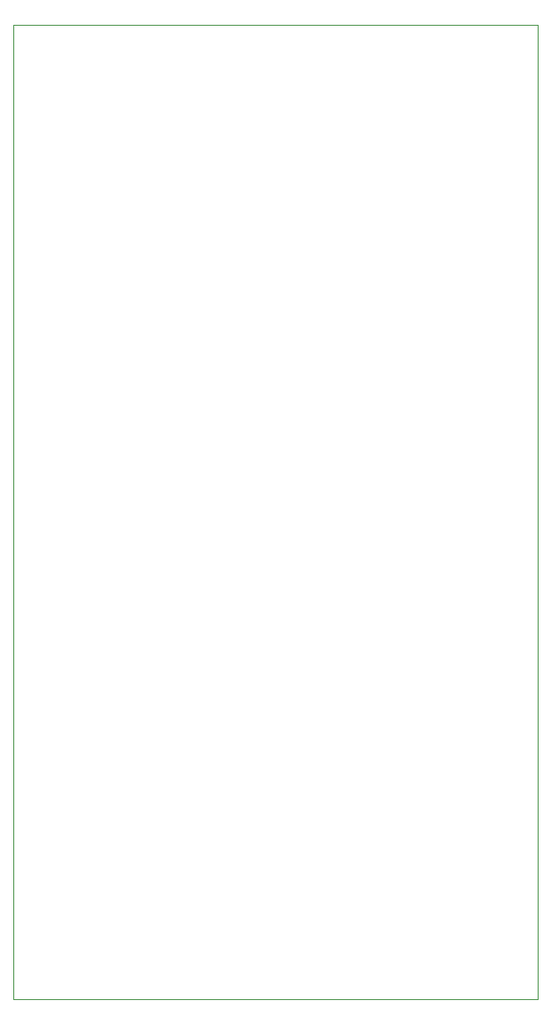
<source format=gbr>
G04 #@! TF.GenerationSoftware,KiCad,Pcbnew,(5.99.0-4013-gfd874d834)*
G04 #@! TF.CreationDate,2020-10-14T13:04:55+02:00*
G04 #@! TF.ProjectId,remote,72656d6f-7465-42e6-9b69-6361645f7063,rev?*
G04 #@! TF.SameCoordinates,Original*
G04 #@! TF.FileFunction,Profile,NP*
%FSLAX46Y46*%
G04 Gerber Fmt 4.6, Leading zero omitted, Abs format (unit mm)*
G04 Created by KiCad (PCBNEW (5.99.0-4013-gfd874d834)) date 2020-10-14 13:04:55*
%MOMM*%
%LPD*%
G01*
G04 APERTURE LIST*
G04 #@! TA.AperFunction,Profile*
%ADD10C,0.050000*%
G04 #@! TD*
G04 APERTURE END LIST*
D10*
X151250000Y-165500000D02*
X151250000Y-119250000D01*
X201250000Y-165500000D02*
X151250000Y-165500000D01*
X201250000Y-72500000D02*
X201250000Y-165500000D01*
X151250000Y-72500000D02*
X201250000Y-72500000D01*
X151250000Y-119250000D02*
X151250000Y-72500000D01*
M02*

</source>
